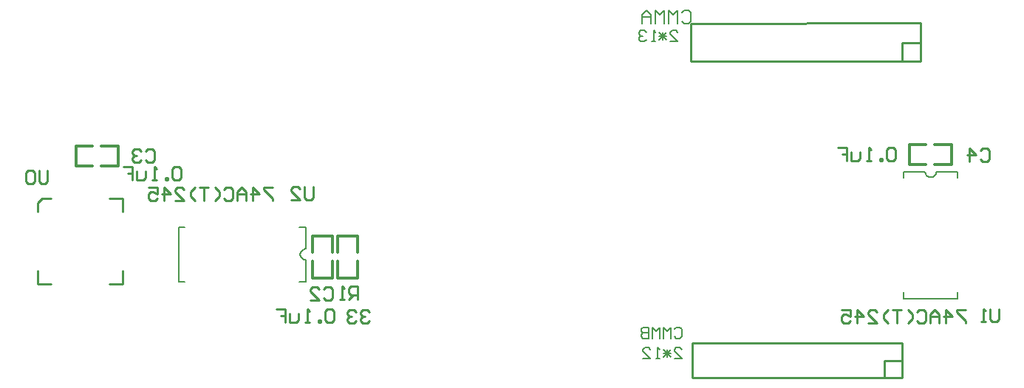
<source format=gbo>
G04*
G04 #@! TF.GenerationSoftware,Altium Limited,Altium Designer,21.1.0 (24)*
G04*
G04 Layer_Color=32896*
%FSLAX25Y25*%
%MOIN*%
G70*
G04*
G04 #@! TF.SameCoordinates,40E11F36-D20F-4FD9-B815-0A3DC11206FA*
G04*
G04*
G04 #@! TF.FilePolarity,Positive*
G04*
G01*
G75*
%ADD10C,0.00800*%
%ADD11C,0.01000*%
%ADD48C,0.00787*%
%ADD49C,0.01200*%
D10*
X65468Y29100D02*
X68800D01*
X65468Y32432D01*
Y33265D01*
X66301Y34098D01*
X67967D01*
X68800Y33265D01*
X63802D02*
X60469Y29933D01*
X63802D02*
X60469Y33265D01*
X63802Y31599D02*
X60469D01*
X62135Y29933D02*
Y33265D01*
X58803Y29100D02*
X57137D01*
X57970D01*
Y34098D01*
X58803Y33265D01*
X54638D02*
X53805Y34098D01*
X52139D01*
X51306Y33265D01*
Y32432D01*
X52139Y31599D01*
X52972D01*
X52139D01*
X51306Y30766D01*
Y29933D01*
X52139Y29100D01*
X53805D01*
X54638Y29933D01*
X67268Y-114300D02*
X70600D01*
X67268Y-110968D01*
Y-110135D01*
X68101Y-109302D01*
X69767D01*
X70600Y-110135D01*
X65602D02*
X62269Y-113467D01*
X65602D02*
X62269Y-110135D01*
X65602Y-111801D02*
X62269D01*
X63936Y-113467D02*
Y-110135D01*
X60603Y-114300D02*
X58937D01*
X59770D01*
Y-109302D01*
X60603Y-110135D01*
X53106Y-114300D02*
X56438D01*
X53106Y-110968D01*
Y-110135D01*
X53939Y-109302D01*
X55605D01*
X56438Y-110135D01*
X67307Y-100836D02*
X68141Y-100003D01*
X69807D01*
X70640Y-100836D01*
Y-104168D01*
X69807Y-105002D01*
X68141D01*
X67307Y-104168D01*
X65641Y-105002D02*
Y-100003D01*
X63975Y-101669D01*
X62309Y-100003D01*
Y-105002D01*
X60643D02*
Y-100003D01*
X58977Y-101669D01*
X57311Y-100003D01*
Y-105002D01*
X55645Y-100003D02*
Y-105002D01*
X53145D01*
X52312Y-104168D01*
Y-103335D01*
X53145Y-102502D01*
X55645D01*
X53145D01*
X52312Y-101669D01*
Y-100836D01*
X53145Y-100003D01*
X55645D01*
X70841Y42197D02*
X71841Y43196D01*
X73840D01*
X74840Y42197D01*
Y38198D01*
X73840Y37198D01*
X71841D01*
X70841Y38198D01*
X68842Y37198D02*
Y43196D01*
X66842Y41197D01*
X64843Y43196D01*
Y37198D01*
X62844D02*
Y43196D01*
X60844Y41197D01*
X58845Y43196D01*
Y37198D01*
X56845D02*
Y41197D01*
X54846Y43196D01*
X52847Y41197D01*
Y37198D01*
Y40197D01*
X56845D01*
D11*
X-220086Y-80430D02*
X-214086D01*
X-220086D02*
Y-74430D01*
X-187586Y-80430D02*
X-181586D01*
Y-74430D01*
X-187586Y-41930D02*
X-181586D01*
Y-47930D02*
Y-41930D01*
X-220086Y-43930D02*
X-218086Y-41930D01*
X-214086D01*
X-220086Y-47930D02*
Y-43930D01*
X74921Y20124D02*
X178261Y20188D01*
X74782Y20263D02*
Y37324D01*
X162211Y-115163D02*
X169841D01*
X162211Y-122802D02*
Y-115163D01*
X169986Y28538D02*
X178276Y28536D01*
X169888Y20369D02*
Y28439D01*
X74782Y37324D02*
X178265Y37409D01*
X178254Y37298D02*
X178265Y20197D01*
X75440Y-122802D02*
Y-107102D01*
X169940Y-122802D02*
Y-107102D01*
X75440Y-122802D02*
X169940D01*
X75440Y-107102D02*
X169940D01*
X205351Y-20025D02*
X206350Y-19025D01*
X208350D01*
X209349Y-20025D01*
Y-24024D01*
X208350Y-25023D01*
X206350D01*
X205351Y-24024D01*
X200352Y-25023D02*
Y-19025D01*
X203351Y-22024D01*
X199353D01*
X167149Y-19827D02*
X166150Y-18827D01*
X164151D01*
X163151Y-19827D01*
Y-23825D01*
X164151Y-24825D01*
X166150D01*
X167149Y-23825D01*
Y-19827D01*
X161151Y-24825D02*
Y-23825D01*
X160152D01*
Y-24825D01*
X161151D01*
X156153D02*
X154154D01*
X155153D01*
Y-18827D01*
X156153Y-19827D01*
X151155Y-20827D02*
Y-23825D01*
X150155Y-24825D01*
X147156D01*
Y-20827D01*
X141158Y-18827D02*
X145157D01*
Y-21826D01*
X143157D01*
X145157D01*
Y-24825D01*
X213570Y-91644D02*
Y-96642D01*
X212570Y-97642D01*
X210571D01*
X209571Y-96642D01*
Y-91644D01*
X207572Y-97642D02*
X205573D01*
X206572D01*
Y-91644D01*
X207572Y-92643D01*
X198840Y-92071D02*
X194842D01*
Y-93071D01*
X198840Y-97070D01*
Y-98069D01*
X189843D02*
Y-92071D01*
X192842Y-95070D01*
X188844D01*
X186844Y-98069D02*
Y-94071D01*
X184845Y-92071D01*
X182846Y-94071D01*
Y-98069D01*
Y-95070D01*
X186844D01*
X176848Y-93071D02*
X177847Y-92071D01*
X179847D01*
X180846Y-93071D01*
Y-97070D01*
X179847Y-98069D01*
X177847D01*
X176848Y-97070D01*
X172849Y-98069D02*
X174848Y-96070D01*
Y-94071D01*
X172849Y-92071D01*
X169850D02*
X165851D01*
X167850D01*
Y-98069D01*
X163852D02*
X161853Y-96070D01*
Y-94071D01*
X163852Y-92071D01*
X154855Y-98069D02*
X158853D01*
X154855Y-94071D01*
Y-93071D01*
X155854Y-92071D01*
X157854D01*
X158853Y-93071D01*
X149856Y-98069D02*
Y-92071D01*
X152855Y-95070D01*
X148857D01*
X142859Y-92071D02*
X146857D01*
Y-95070D01*
X144858Y-94071D01*
X143858D01*
X142859Y-95070D01*
Y-97070D01*
X143858Y-98069D01*
X145858D01*
X146857Y-97070D01*
X-95617Y-36641D02*
Y-41639D01*
X-96616Y-42639D01*
X-98616D01*
X-99615Y-41639D01*
Y-36641D01*
X-105613Y-42639D02*
X-101615D01*
X-105613Y-38640D01*
Y-37640D01*
X-104614Y-36641D01*
X-102614D01*
X-101615Y-37640D01*
X-114015Y-36841D02*
X-118013D01*
Y-37840D01*
X-114015Y-41839D01*
Y-42839D01*
X-123012D02*
Y-36841D01*
X-120013Y-39840D01*
X-124012D01*
X-126011Y-42839D02*
Y-38840D01*
X-128010Y-36841D01*
X-130009Y-38840D01*
Y-42839D01*
Y-39840D01*
X-126011D01*
X-136008Y-37840D02*
X-135008Y-36841D01*
X-133009D01*
X-132009Y-37840D01*
Y-41839D01*
X-133009Y-42839D01*
X-135008D01*
X-136008Y-41839D01*
X-140006Y-42839D02*
X-138007Y-40839D01*
Y-38840D01*
X-140006Y-36841D01*
X-143005D02*
X-147004D01*
X-145005D01*
Y-42839D01*
X-149003D02*
X-151003Y-40839D01*
Y-38840D01*
X-149003Y-36841D01*
X-158001Y-42839D02*
X-154002D01*
X-158001Y-38840D01*
Y-37840D01*
X-157001Y-36841D01*
X-155001D01*
X-154002Y-37840D01*
X-162999Y-42839D02*
Y-36841D01*
X-160000Y-39840D01*
X-163998D01*
X-169997Y-36841D02*
X-165998D01*
Y-39840D01*
X-167997Y-38840D01*
X-168997D01*
X-169997Y-39840D01*
Y-41839D01*
X-168997Y-42839D01*
X-166998D01*
X-165998Y-41839D01*
X-90930Y-82761D02*
X-89931Y-81762D01*
X-87932D01*
X-86932Y-82761D01*
Y-86760D01*
X-87932Y-87760D01*
X-89931D01*
X-90930Y-86760D01*
X-96929Y-87760D02*
X-92930D01*
X-96929Y-83761D01*
Y-82761D01*
X-95929Y-81762D01*
X-93929D01*
X-92930Y-82761D01*
X-86330Y-92961D02*
X-87330Y-91962D01*
X-89329D01*
X-90329Y-92961D01*
Y-96960D01*
X-89329Y-97960D01*
X-87330D01*
X-86330Y-96960D01*
Y-92961D01*
X-92328Y-97960D02*
Y-96960D01*
X-93328D01*
Y-97960D01*
X-92328D01*
X-97326D02*
X-99326D01*
X-98326D01*
Y-91962D01*
X-97326Y-92961D01*
X-102325Y-93961D02*
Y-96960D01*
X-103324Y-97960D01*
X-106323D01*
Y-93961D01*
X-112321Y-91962D02*
X-108323D01*
Y-94961D01*
X-110322D01*
X-108323D01*
Y-97960D01*
X-171419Y-20315D02*
X-170420Y-19316D01*
X-168420D01*
X-167420Y-20315D01*
Y-24314D01*
X-168420Y-25314D01*
X-170420D01*
X-171419Y-24314D01*
X-173419Y-20315D02*
X-174418Y-19316D01*
X-176418D01*
X-177417Y-20315D01*
Y-21315D01*
X-176418Y-22315D01*
X-175418D01*
X-176418D01*
X-177417Y-23314D01*
Y-24314D01*
X-176418Y-25314D01*
X-174418D01*
X-173419Y-24314D01*
X-155220Y-28517D02*
X-156220Y-27518D01*
X-158220D01*
X-159219Y-28517D01*
Y-32516D01*
X-158220Y-33516D01*
X-156220D01*
X-155220Y-32516D01*
Y-28517D01*
X-161219Y-33516D02*
Y-32516D01*
X-162218D01*
Y-33516D01*
X-161219D01*
X-166217D02*
X-168216D01*
X-167217D01*
Y-27518D01*
X-166217Y-28517D01*
X-171215Y-29517D02*
Y-32516D01*
X-172215Y-33516D01*
X-175214D01*
Y-29517D01*
X-181212Y-27518D02*
X-177213D01*
Y-30517D01*
X-179213D01*
X-177213D01*
Y-33516D01*
X-75768Y-87414D02*
Y-81416D01*
X-78767D01*
X-79767Y-82416D01*
Y-84415D01*
X-78767Y-85415D01*
X-75768D01*
X-77767D02*
X-79767Y-87414D01*
X-81766D02*
X-83766D01*
X-82766D01*
Y-81416D01*
X-81766Y-82416D01*
X-70221Y-93116D02*
X-71220Y-92116D01*
X-73220D01*
X-74219Y-93116D01*
Y-94116D01*
X-73220Y-95115D01*
X-72220D01*
X-73220D01*
X-74219Y-96115D01*
Y-97115D01*
X-73220Y-98114D01*
X-71220D01*
X-70221Y-97115D01*
X-76219Y-93116D02*
X-77218Y-92116D01*
X-79218D01*
X-80217Y-93116D01*
Y-94116D01*
X-79218Y-95115D01*
X-78218D01*
X-79218D01*
X-80217Y-96115D01*
Y-97115D01*
X-79218Y-98114D01*
X-77218D01*
X-76219Y-97115D01*
X-215453Y-29032D02*
Y-34030D01*
X-216452Y-35030D01*
X-218451D01*
X-219451Y-34030D01*
Y-29032D01*
X-221451Y-30032D02*
X-222450Y-29032D01*
X-224450D01*
X-225449Y-30032D01*
Y-34030D01*
X-224450Y-35030D01*
X-222450D01*
X-221451Y-34030D01*
Y-30032D01*
D48*
X180443Y-29763D02*
X180633Y-30720D01*
X181175Y-31531D01*
X181986Y-32073D01*
X182943Y-32263D01*
X183900Y-32073D01*
X184711Y-31531D01*
X185253Y-30720D01*
X185443Y-29763D01*
X-99008Y-64641D02*
X-99965Y-64831D01*
X-100776Y-65373D01*
X-101318Y-66184D01*
X-101508Y-67141D01*
X-101318Y-68098D01*
X-100776Y-68909D01*
X-99965Y-69451D01*
X-99008Y-69641D01*
X170699Y-29763D02*
X180443D01*
X170699Y-32598D02*
Y-29763D01*
Y-87125D02*
Y-84291D01*
Y-87125D02*
X195187D01*
Y-84291D01*
Y-32598D02*
Y-29763D01*
X185443D02*
X195187D01*
X-99008Y-64641D02*
Y-54897D01*
X-101843D02*
X-99008D01*
X-156371D02*
X-153536D01*
X-156371Y-79385D02*
Y-54897D01*
Y-79385D02*
X-153536D01*
X-101843D02*
X-99008D01*
Y-69641D01*
D49*
X192250Y-26525D02*
Y-17525D01*
X173250Y-26525D02*
Y-17525D01*
X184750Y-26525D02*
X192250D01*
X184750Y-17525D02*
X192250D01*
X173250D02*
X180750D01*
X173250Y-26525D02*
X180750D01*
X-87030Y-77660D02*
Y-70160D01*
X-96030Y-77660D02*
Y-70160D01*
Y-66160D02*
Y-58660D01*
X-87030Y-66160D02*
Y-58660D01*
X-96030Y-77660D02*
X-87030D01*
X-96030Y-58660D02*
X-87030D01*
X-183621Y-27116D02*
Y-18116D01*
X-202621Y-27116D02*
Y-18116D01*
X-191121Y-27116D02*
X-183621D01*
X-191121Y-18116D02*
X-183621D01*
X-202621D02*
X-195121D01*
X-202621Y-27116D02*
X-195121D01*
X-84466Y-58714D02*
X-75466D01*
X-84466Y-77714D02*
X-75466D01*
Y-66214D02*
Y-58714D01*
X-84466Y-66214D02*
Y-58714D01*
Y-77714D02*
Y-70214D01*
X-75466Y-77714D02*
Y-70214D01*
M02*

</source>
